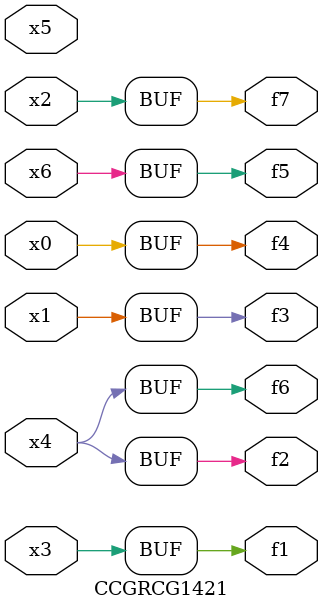
<source format=v>
module CCGRCG1421(
	input x0, x1, x2, x3, x4, x5, x6,
	output f1, f2, f3, f4, f5, f6, f7
);
	assign f1 = x3;
	assign f2 = x4;
	assign f3 = x1;
	assign f4 = x0;
	assign f5 = x6;
	assign f6 = x4;
	assign f7 = x2;
endmodule

</source>
